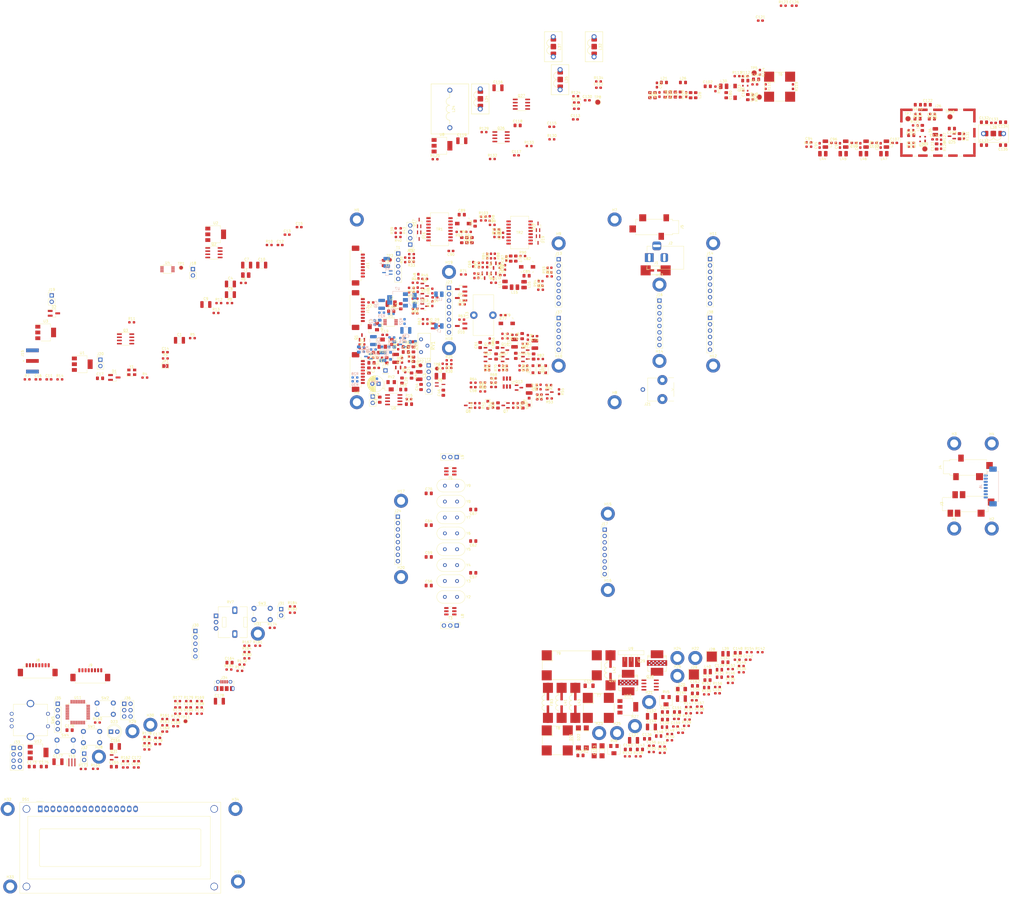
<source format=kicad_pcb>
(kicad_pcb (version 20211014) (generator pcbnew)

  (general
    (thickness 1.6)
  )

  (paper "A4")
  (layers
    (0 "F.Cu" signal)
    (31 "B.Cu" signal)
    (32 "B.Adhes" user "B.Adhesive")
    (33 "F.Adhes" user "F.Adhesive")
    (34 "B.Paste" user)
    (35 "F.Paste" user)
    (36 "B.SilkS" user "B.Silkscreen")
    (37 "F.SilkS" user "F.Silkscreen")
    (38 "B.Mask" user)
    (39 "F.Mask" user)
    (40 "Dwgs.User" user "User.Drawings")
    (41 "Cmts.User" user "User.Comments")
    (42 "Eco1.User" user "User.Eco1")
    (43 "Eco2.User" user "User.Eco2")
    (44 "Edge.Cuts" user)
    (45 "Margin" user)
    (46 "B.CrtYd" user "B.Courtyard")
    (47 "F.CrtYd" user "F.Courtyard")
    (48 "B.Fab" user)
    (49 "F.Fab" user)
    (50 "User.1" user)
    (51 "User.2" user)
    (52 "User.3" user)
    (53 "User.4" user)
    (54 "User.5" user)
    (55 "User.6" user)
    (56 "User.7" user)
    (57 "User.8" user)
    (58 "User.9" user)
  )

  (setup
    (stackup
      (layer "F.SilkS" (type "Top Silk Screen"))
      (layer "F.Paste" (type "Top Solder Paste"))
      (layer "F.Mask" (type "Top Solder Mask") (thickness 0.01))
      (layer "F.Cu" (type "copper") (thickness 0.035))
      (layer "dielectric 1" (type "core") (thickness 1.51) (material "FR4") (epsilon_r 4.5) (loss_tangent 0.02))
      (layer "B.Cu" (type "copper") (thickness 0.035))
      (layer "B.Mask" (type "Bottom Solder Mask") (thickness 0.01))
      (layer "B.Paste" (type "Bottom Solder Paste"))
      (layer "B.SilkS" (type "Bottom Silk Screen"))
      (copper_finish "None")
      (dielectric_constraints no)
    )
    (pad_to_mask_clearance 0)
    (pcbplotparams
      (layerselection 0x00010fc_ffffffff)
      (disableapertmacros false)
      (usegerberextensions false)
      (usegerberattributes true)
      (usegerberadvancedattributes true)
      (creategerberjobfile true)
      (svguseinch false)
      (svgprecision 6)
      (excludeedgelayer true)
      (plotframeref false)
      (viasonmask false)
      (mode 1)
      (useauxorigin false)
      (hpglpennumber 1)
      (hpglpenspeed 20)
      (hpglpendiameter 15.000000)
      (dxfpolygonmode true)
      (dxfimperialunits true)
      (dxfusepcbnewfont true)
      (psnegative false)
      (psa4output false)
      (plotreference true)
      (plotvalue true)
      (plotinvisibletext false)
      (sketchpadsonfab false)
      (subtractmaskfromsilk false)
      (outputformat 1)
      (mirror false)
      (drillshape 1)
      (scaleselection 1)
      (outputdirectory "")
    )
  )

  (net 0 "")
  (net 1 "+12V")
  (net 2 "GND")
  (net 3 "Net-(C2-Pad1)")
  (net 4 "Net-(C3-Pad1)")
  (net 5 "+3.3V")
  (net 6 "+9VA")
  (net 7 "/MIC")
  (net 8 "Net-(C6-Pad2)")
  (net 9 "+5VA")
  (net 10 "Net-(C10-Pad1)")
  (net 11 "Net-(C11-Pad1)")
  (net 12 "Net-(C11-Pad2)")
  (net 13 "Net-(C14-Pad1)")
  (net 14 "Net-(C14-Pad2)")
  (net 15 "Net-(C15-Pad1)")
  (net 16 "/BFO")
  (net 17 "Net-(C16-Pad1)")
  (net 18 "Net-(C16-Pad2)")
  (net 19 "Net-(C17-Pad1)")
  (net 20 "Net-(C17-Pad2)")
  (net 21 "Net-(C18-Pad1)")
  (net 22 "Net-(C18-Pad2)")
  (net 23 "Net-(C19-Pad1)")
  (net 24 "Net-(C19-Pad2)")
  (net 25 "Net-(C20-Pad1)")
  (net 26 "Net-(C20-Pad2)")
  (net 27 "Net-(C22-Pad1)")
  (net 28 "Net-(C23-Pad1)")
  (net 29 "Net-(C23-Pad2)")
  (net 30 "Net-(C25-Pad1)")
  (net 31 "Net-(C25-Pad2)")
  (net 32 "Net-(C26-Pad1)")
  (net 33 "Net-(C27-Pad1)")
  (net 34 "Net-(C27-Pad2)")
  (net 35 "Net-(C28-Pad1)")
  (net 36 "+VRX")
  (net 37 "Net-(C31-Pad1)")
  (net 38 "Net-(C33-Pad1)")
  (net 39 "/Baseband/VAGC")
  (net 40 "Net-(C37-Pad1)")
  (net 41 "Net-(C39-Pad1)")
  (net 42 "Net-(C39-Pad2)")
  (net 43 "Net-(C40-Pad2)")
  (net 44 "Net-(C41-Pad2)")
  (net 45 "Net-(C42-Pad1)")
  (net 46 "/Baseband/SPKR_OUT")
  (net 47 "Net-(C43-Pad2)")
  (net 48 "Net-(C44-Pad2)")
  (net 49 "Net-(C45-Pad1)")
  (net 50 "Net-(C45-Pad2)")
  (net 51 "Net-(C46-Pad1)")
  (net 52 "Net-(C46-Pad2)")
  (net 53 "Net-(C47-Pad1)")
  (net 54 "Net-(C47-Pad2)")
  (net 55 "Net-(C48-Pad1)")
  (net 56 "Net-(C48-Pad2)")
  (net 57 "Net-(C49-Pad1)")
  (net 58 "Net-(C49-Pad2)")
  (net 59 "Net-(C50-Pad1)")
  (net 60 "Net-(C51-Pad2)")
  (net 61 "Net-(C52-Pad1)")
  (net 62 "Net-(C53-Pad1)")
  (net 63 "Net-(C53-Pad2)")
  (net 64 "Net-(C54-Pad2)")
  (net 65 "Net-(C55-Pad1)")
  (net 66 "Net-(C55-Pad2)")
  (net 67 "Net-(C56-Pad2)")
  (net 68 "Net-(C57-Pad2)")
  (net 69 "Net-(C58-Pad1)")
  (net 70 "Net-(C59-Pad2)")
  (net 71 "Net-(C60-Pad2)")
  (net 72 "Net-(C61-Pad1)")
  (net 73 "Net-(C62-Pad2)")
  (net 74 "Net-(C63-Pad2)")
  (net 75 "Net-(C64-Pad2)")
  (net 76 "Net-(C65-Pad1)")
  (net 77 "Net-(C65-Pad2)")
  (net 78 "Net-(C66-Pad2)")
  (net 79 "Net-(C67-Pad2)")
  (net 80 "Net-(C68-Pad1)")
  (net 81 "Net-(C69-Pad1)")
  (net 82 "Net-(C69-Pad2)")
  (net 83 "Net-(C70-Pad2)")
  (net 84 "Net-(C71-Pad2)")
  (net 85 "Net-(C72-Pad1)")
  (net 86 "Net-(C72-Pad2)")
  (net 87 "Net-(C73-Pad2)")
  (net 88 "Net-(C74-Pad2)")
  (net 89 "Net-(C75-Pad2)")
  (net 90 "Net-(C76-Pad1)")
  (net 91 "Net-(C76-Pad2)")
  (net 92 "Net-(C78-Pad1)")
  (net 93 "Net-(C80-Pad1)")
  (net 94 "Net-(C80-Pad2)")
  (net 95 "Net-(C81-Pad1)")
  (net 96 "Net-(C81-Pad2)")
  (net 97 "Net-(C82-Pad1)")
  (net 98 "Net-(C82-Pad2)")
  (net 99 "Net-(C83-Pad2)")
  (net 100 "Net-(C86-Pad1)")
  (net 101 "Net-(C86-Pad2)")
  (net 102 "Net-(C87-Pad2)")
  (net 103 "Net-(C90-Pad2)")
  (net 104 "/70MHz VHF Frontend/VHF_RX")
  (net 105 "Net-(C93-Pad1)")
  (net 106 "/70MHz VHF Frontend/TX_FROM_MIX")
  (net 107 "Net-(C94-Pad2)")
  (net 108 "Net-(C96-Pad2)")
  (net 109 "Net-(C100-Pad2)")
  (net 110 "Net-(C101-Pad2)")
  (net 111 "Net-(C102-Pad2)")
  (net 112 "Net-(C103-Pad1)")
  (net 113 "Net-(C104-Pad2)")
  (net 114 "Net-(C106-Pad1)")
  (net 115 "Net-(C107-Pad2)")
  (net 116 "Net-(C108-Pad1)")
  (net 117 "Net-(C109-Pad2)")
  (net 118 "/70MHz VHF Frontend/+VTX_FE")
  (net 119 "Net-(C111-Pad2)")
  (net 120 "Net-(C112-Pad1)")
  (net 121 "Net-(C112-Pad2)")
  (net 122 "Net-(C114-Pad2)")
  (net 123 "Net-(C115-Pad2)")
  (net 124 "/70MHz VHF Frontend/12V")
  (net 125 "Net-(C118-Pad2)")
  (net 126 "Net-(C119-Pad1)")
  (net 127 "Net-(C120-Pad1)")
  (net 128 "Net-(C120-Pad2)")
  (net 129 "Net-(C121-Pad1)")
  (net 130 "Net-(C125-Pad2)")
  (net 131 "Net-(C126-Pad1)")
  (net 132 "Net-(C128-Pad1)")
  (net 133 "Net-(C128-Pad2)")
  (net 134 "Net-(C129-Pad1)")
  (net 135 "/70MHz VHF Frontend/RX_TO_MIX")
  (net 136 "/70MHz VHF Frontend/VHF_TX")
  (net 137 "Net-(C136-Pad1)")
  (net 138 "Net-(C136-Pad2)")
  (net 139 "/PA 70MHz/12V")
  (net 140 "VGG1")
  (net 141 "Net-(C140-Pad1)")
  (net 142 "Net-(C140-Pad2)")
  (net 143 "Net-(C143-Pad1)")
  (net 144 "Net-(C143-Pad2)")
  (net 145 "Net-(C144-Pad1)")
  (net 146 "Net-(C144-Pad2)")
  (net 147 "VGG2")
  (net 148 "Net-(C147-Pad1)")
  (net 149 "Net-(C147-Pad2)")
  (net 150 "Net-(C148-Pad1)")
  (net 151 "Net-(C148-Pad2)")
  (net 152 "Net-(C149-Pad1)")
  (net 153 "Net-(C152-Pad1)")
  (net 154 "/PA 70MHz/VG_5V")
  (net 155 "Net-(C155-Pad2)")
  (net 156 "Net-(C156-Pad2)")
  (net 157 "Net-(C159-Pad2)")
  (net 158 "Net-(C161-Pad2)")
  (net 159 "Net-(C162-Pad2)")
  (net 160 "/PA 70MHz/PA_OUT")
  (net 161 "/Control on separate board/ENC_B")
  (net 162 "/Control on separate board/ENC_A")
  (net 163 "/Control on separate board/3.3V_UI")
  (net 164 "Net-(C169-Pad1)")
  (net 165 "Net-(C171-Pad1)")
  (net 166 "Net-(C172-Pad1)")
  (net 167 "Net-(C173-Pad2)")
  (net 168 "/Control on separate board/CW_TONE")
  (net 169 "Net-(C176-Pad1)")
  (net 170 "/Control on separate board/5V")
  (net 171 "Net-(D2-Pad1)")
  (net 172 "Net-(D5-Pad1)")
  (net 173 "Net-(D5-Pad2)")
  (net 174 "Net-(D6-Pad1)")
  (net 175 "Net-(D6-Pad2)")
  (net 176 "Net-(D7-Pad2)")
  (net 177 "Net-(D8-Pad2)")
  (net 178 "Net-(D9-Pad1)")
  (net 179 "Net-(D10-Pad3)")
  (net 180 "Net-(D10-Pad1)")
  (net 181 "Net-(D11-Pad1)")
  (net 182 "Net-(D11-Pad3)")
  (net 183 "Net-(D13-Pad2)")
  (net 184 "Net-(D14-Pad2)")
  (net 185 "Net-(D15-Pad2)")
  (net 186 "Net-(D16-Pad1)")
  (net 187 "Net-(D16-Pad2)")
  (net 188 "Net-(D16-Pad3)")
  (net 189 "Net-(D17-Pad3)")
  (net 190 "Net-(D18-Pad1)")
  (net 191 "Net-(D18-Pad2)")
  (net 192 "Net-(D18-Pad3)")
  (net 193 "Net-(D19-Pad3)")
  (net 194 "Net-(D20-Pad2)")
  (net 195 "Net-(D21-Pad2)")
  (net 196 "/Control on separate board/STATUSn")
  (net 197 "Net-(D23-Pad2)")
  (net 198 "unconnected-(DS1-Pad1)")
  (net 199 "unconnected-(DS1-Pad2)")
  (net 200 "unconnected-(DS1-Pad3)")
  (net 201 "unconnected-(DS1-Pad4)")
  (net 202 "unconnected-(DS1-Pad5)")
  (net 203 "unconnected-(DS1-Pad6)")
  (net 204 "unconnected-(DS1-Pad7)")
  (net 205 "unconnected-(DS1-Pad8)")
  (net 206 "unconnected-(DS1-Pad9)")
  (net 207 "unconnected-(DS1-Pad10)")
  (net 208 "unconnected-(DS1-Pad11)")
  (net 209 "unconnected-(DS1-Pad12)")
  (net 210 "unconnected-(DS1-Pad13)")
  (net 211 "unconnected-(DS1-Pad14)")
  (net 212 "unconnected-(DS1-Pad15)")
  (net 213 "unconnected-(DS1-Pad16)")
  (net 214 "Net-(FB1-Pad2)")
  (net 215 "Net-(FB3-Pad1)")
  (net 216 "unconnected-(J3-PadNC)")
  (net 217 "Net-(J3-PadR1)")
  (net 218 "unconnected-(J3-PadR2)")
  (net 219 "Net-(J3-PadS)")
  (net 220 "Net-(J3-PadT)")
  (net 221 "unconnected-(J3-PadTN)")
  (net 222 "Net-(J4-PadR)")
  (net 223 "Net-(J4-PadTN)")
  (net 224 "/CW_RING")
  (net 225 "/CW_TIP")
  (net 226 "unconnected-(J5-PadTN)")
  (net 227 "unconnected-(J6-Pad5)")
  (net 228 "Net-(J7-Pad1)")
  (net 229 "unconnected-(J7-Pad4)")
  (net 230 "/Baseband/SPKR_DET")
  (net 231 "/Control on separate board/CW_TIP")
  (net 232 "/Control on separate board/CW_RING")
  (net 233 "/Control on separate board/CW_KEYn")
  (net 234 "/Control on separate board/MIC_PTTn")
  (net 235 "/Control on separate board/EN_TX")
  (net 236 "/Control on separate board/EN_RX")
  (net 237 "/Control on separate board/S_METER")
  (net 238 "/Control on separate board/SCL")
  (net 239 "/Control on separate board/SDA")
  (net 240 "/Control on separate board/MUTE_MICn")
  (net 241 "/Control on separate board/SPKR_VOL")
  (net 242 "unconnected-(J9-Pad6)")
  (net 243 "/EN_VRX")
  (net 244 "/EN_VTX")
  (net 245 "/MIC_PTTn")
  (net 246 "/Baseband/CW_KEYn")
  (net 247 "/Baseband/CW_TONE")
  (net 248 "unconnected-(J12-Pad3)")
  (net 249 "/Baseband/SPKR_VOL")
  (net 250 "/MUTE_MICn")
  (net 251 "/SDA")
  (net 252 "/SCL")
  (net 253 "/S_METER")
  (net 254 "/Baseband/VHF_IN")
  (net 255 "/Baseband/VHF_OUT")
  (net 256 "/70MHz VHF Frontend/EN_VRX")
  (net 257 "/70MHz VHF Frontend/EN_VTX")
  (net 258 "/PA 70MHz/PA_IN")
  (net 259 "/PA 70MHz/EN_PA")
  (net 260 "/CLK1")
  (net 261 "Net-(J22-Pad2)")
  (net 262 "+VTX")
  (net 263 "Net-(J24-Pad2)")
  (net 264 "unconnected-(J24-Pad4)")
  (net 265 "unconnected-(J24-Pad5)")
  (net 266 "Net-(J24-Pad7)")
  (net 267 "/Control on separate board/DISP_LAT")
  (net 268 "/Control on separate board/I2C2_SDA")
  (net 269 "/Control on separate board/I2C2_SCL")
  (net 270 "/Control on separate board/PC14")
  (net 271 "/Control on separate board/PC13")
  (net 272 "Net-(J32-Pad1)")
  (net 273 "/Control on separate board/PA0")
  (net 274 "/Control on separate board/USART1_TX")
  (net 275 "/Control on separate board/USART1_RX")
  (net 276 "/Control on separate board/PB15")
  (net 277 "unconnected-(J34-Pad1)")
  (net 278 "/Control on separate board/USB_DM")
  (net 279 "/Control on separate board/USB_DP")
  (net 280 "Net-(J34-Pad4)")
  (net 281 "/Control on separate board/SWCLK")
  (net 282 "/Control on separate board/SWDIO")
  (net 283 "/Control on separate board/RESETn")
  (net 284 "Net-(J36-Pad3)")
  (net 285 "Net-(J36-Pad4)")
  (net 286 "/LO1")
  (net 287 "Net-(L14-Pad1)")
  (net 288 "Net-(L15-Pad1)")
  (net 289 "Net-(L19-Pad1)")
  (net 290 "Net-(L21-Pad2)")
  (net 291 "Net-(L23-Pad2)")
  (net 292 "Net-(L25-Pad2)")
  (net 293 "Net-(L39-Pad2)")
  (net 294 "Net-(L40-Pad2)")
  (net 295 "Net-(Q1-Pad1)")
  (net 296 "Net-(Q2-Pad4)")
  (net 297 "Net-(Q3-Pad4)")
  (net 298 "Net-(Q6-Pad1)")
  (net 299 "Net-(Q6-Pad2)")
  (net 300 "Net-(Q7-Pad1)")
  (net 301 "Net-(Q10-Pad1)")
  (net 302 "Net-(Q10-Pad2)")
  (net 303 "Net-(Q11-Pad1)")
  (net 304 "Net-(Q11-Pad3)")
  (net 305 "Net-(Q13-Pad1)")
  (net 306 "Net-(Q14-Pad2)")
  (net 307 "Net-(Q14-Pad3)")
  (net 308 "Net-(Q16-Pad2)")
  (net 309 "Net-(Q18-Pad2)")
  (net 310 "Net-(Q20-Pad1)")
  (net 311 "Net-(Q21-Pad1)")
  (net 312 "Net-(Q23-Pad1)")
  (net 313 "Net-(Q24-Pad4)")
  (net 314 "/70MHz VHF Frontend/+9V_FE")
  (net 315 "Net-(Q26-Pad4)")
  (net 316 "/70MHz VHF Frontend/+VRX_FE")
  (net 317 "Net-(Q27-Pad4)")
  (net 318 "Net-(Q30-Pad4)")
  (net 319 "Net-(R22-Pad2)")
  (net 320 "Net-(R23-Pad2)")
  (net 321 "Net-(R28-Pad2)")
  (net 322 "Net-(R31-Pad1)")
  (net 323 "Net-(R31-Pad2)")
  (net 324 "Net-(R35-Pad1)")
  (net 325 "Net-(R36-Pad1)")
  (net 326 "Net-(R93-Pad1)")
  (net 327 "Net-(R103-Pad2)")
  (net 328 "Net-(R104-Pad2)")
  (net 329 "Net-(R100-Pad1)")
  (net 330 "Net-(R101-Pad1)")
  (net 331 "Net-(R111-Pad2)")
  (net 332 "Net-(R135-Pad1)")
  (net 333 "Net-(R140-Pad1)")
  (net 334 "Net-(J27-Pad1)")
  (net 335 "Net-(R157-Pad1)")
  (net 336 "Net-(R159-Pad1)")
  (net 337 "Net-(R160-Pad1)")
  (net 338 "Net-(R161-Pad2)")
  (net 339 "/Control on separate board/BTN0")
  (net 340 "/Control on separate board/BTN1")
  (net 341 "/Control on separate board/BTN2")
  (net 342 "/Control on separate board/BTN3")
  (net 343 "Net-(R168-Pad1)")
  (net 344 "/Control on separate board/ENC_BTN")
  (net 345 "/Control on separate board/XTAL1")
  (net 346 "/Control on separate board/XTAL2")
  (net 347 "/Control on separate board/PWM_CW")
  (net 348 "/Control on separate board/MUTE_SPKR")
  (net 349 "Net-(R178-Pad2)")
  (net 350 "Net-(R179-Pad2)")
  (net 351 "Net-(R180-Pad2)")
  (net 352 "/Control on separate board/BOOT0")
  (net 353 "/Control on separate board/BOOT1")
  (net 354 "unconnected-(T3-Pad2)")
  (net 355 "unconnected-(T5-Pad2)")
  (net 356 "unconnected-(TR1-Pad10)")
  (net 357 "unconnected-(TR1-Pad15)")
  (net 358 "unconnected-(TR2-Pad10)")
  (net 359 "unconnected-(TR2-Pad15)")
  (net 360 "Net-(U4-Pad3)")
  (net 361 "unconnected-(U11-Pad14)")
  (net 362 "unconnected-(U11-Pad40)")
  (net 363 "Net-(D22-Pad2)")
  (net 364 "unconnected-(T4-Pad2)")
  (net 365 "Net-(D1-Pad1)")
  (net 366 "Net-(J16-Pad5)")
  (net 367 "unconnected-(J37-Pad6)")
  (net 368 "unconnected-(J38-Pad6)")
  (net 369 "/Baseband/3V3_MIC")
  (net 370 "Net-(C38-Pad1)")
  (net 371 "Net-(L22-Pad2)")
  (net 372 "Net-(L27-Pad2)")
  (net 373 "Net-(L29-Pad2)")
  (net 374 "Net-(L31-Pad2)")

  (footprint "Capacitor_SMD:C_0603_1608Metric_Pad1.08x0.95mm_HandSolder" (layer "F.Cu") (at -75.99 242.44))

  (footprint "Capacitor_SMD:C_0805_2012Metric_Pad1.18x1.45mm_HandSolder" (layer "F.Cu") (at -34.37 200.55))

  (footprint "Resistor_SMD:R_0603_1608Metric_Pad0.98x0.95mm_HandSolder" (layer "F.Cu") (at 237.998 -5.588))

  (footprint "Crystal:Crystal_HC49-U_Vertical" (layer "F.Cu") (at 51.663 155.25))

  (footprint "Resistor_SMD:R_0603_1608Metric_Pad0.98x0.95mm_HandSolder" (layer "F.Cu") (at 160.595 210.291))

  (footprint "Resistor_SMD:R_0603_1608Metric_Pad0.98x0.95mm_HandSolder" (layer "F.Cu") (at 89.916 79.248))

  (footprint "Package_SO:MSOP-10_3x3mm_P0.5mm" (layer "F.Cu") (at 29.972 64.516))

  (footprint "Connector_Molex:Molex_PicoBlade_53261-0871_1x08-1MP_P1.25mm_Horizontal" (layer "F.Cu") (at 16.495 41.91 -90))

  (footprint "mpb:four_4mm_pads_narrow" (layer "F.Cu") (at 112.99 218.726))

  (footprint "Potentiometer_SMD:Potentiometer_Bourns_3214W_Vertical" (layer "F.Cu") (at 23.114 66.294 -90))

  (footprint "Potentiometer_SMD:Potentiometer_Bourns_3214W_Vertical" (layer "F.Cu") (at 26.67 72.898 180))

  (footprint "Resistor_SMD:R_0603_1608Metric_Pad0.98x0.95mm_HandSolder" (layer "F.Cu") (at 246.507 -18.669 180))

  (footprint "Capacitor_SMD:C_0603_1608Metric_Pad1.08x0.95mm_HandSolder" (layer "F.Cu") (at 103.826 -16.508))

  (footprint "Package_TO_SOT_SMD:SOT-223-3_TabPin2" (layer "F.Cu") (at -107.82 68.636))

  (footprint "Resistor_SMD:R_0603_1608Metric_Pad0.98x0.95mm_HandSolder" (layer "F.Cu") (at 59.0785 45.466))

  (footprint "Capacitor_SMD:C_0603_1608Metric_Pad1.08x0.95mm_HandSolder" (layer "F.Cu") (at 41.0695 46.228 90))

  (footprint "Capacitor_SMD:C_1210_3225Metric_Pad1.33x2.70mm_HandSolder" (layer "F.Cu") (at -21.51 41.716))

  (footprint "Capacitor_SMD:C_1210_3225Metric_Pad1.33x2.70mm_HandSolder" (layer "F.Cu") (at -34.01 53.516))

  (footprint "Resistor_SMD:R_0603_1608Metric_Pad0.98x0.95mm_HandSolder" (layer "F.Cu") (at 249.936 -9.271 -90))

  (footprint "Capacitor_SMD:C_0805_2012Metric_Pad1.18x1.45mm_HandSolder" (layer "F.Cu") (at 139.615 223.301))

  (footprint "Capacitor_SMD:C_0805_2012Metric_Pad1.18x1.45mm_HandSolder" (layer "F.Cu") (at 163.755 200.381))

  (footprint "Diode_SMD:D_SOD-123F" (layer "F.Cu") (at 86.868 83.312 90))

  (footprint "Resistor_SMD:R_0603_1608Metric_Pad0.98x0.95mm_HandSolder" (layer "F.Cu") (at 38.354 40.386 180))

  (footprint "mpb:PLD-1.5W" (layer "F.Cu") (at 136.45 200.706))

  (footprint "Capacitor_SMD:C_0805_2012Metric_Pad1.18x1.45mm_HandSolder" (layer "F.Cu") (at 132.465 230.991))

  (footprint "Capacitor_SMD:C_0805_2012Metric_Pad1.18x1.45mm_HandSolder" (layer "F.Cu") (at 274.701 -15.367 180))

  (footprint "Resistor_SMD:R_0805_2012Metric" (layer "F.Cu") (at 156.215 210.511))

  (footprint "Connector_BarrelJack:BarrelJack_Horizontal" (layer "F.Cu") (at 133.35 38.735 180))

  (footprint "Resistor_SMD:R_0603_1608Metric_Pad0.98x0.95mm_HandSolder" (layer "F.Cu") (at 165.775 203.141))

  (footprint "Inductor_SMD:L_1008_2520Metric_Pad1.43x2.20mm_HandSolder" (layer "F.Cu") (at 202.692 -2.794 180))

  (footprint "Connector_Molex:Molex_PicoBlade_53261-0871_1x08-1MP_P1.25mm_Horizontal" (layer "F.Cu") (at 16.495 59.69 -90))

  (footprint "Package_TO_SOT_SMD:SOT-23" (layer "F.Cu") (at 60.96 97.79 180))

  (footprint "MountingHole:MountingHole_3.2mm_M3_DIN965_Pad" (layer "F.Cu") (at -86.55 238.15))

  (footprint "Resistor_SMD:R_0603_1608Metric_Pad0.98x0.95mm_HandSolder" (layer "F.Cu") (at -34.29 56.896))

  (footprint "Resistor_SMD:R_0603_1608Metric_Pad0.98x0.95mm_HandSolder" (layer "F.Cu") (at 46.6575 52.07 90))

  (footprint "Capacitor_SMD:C_0805_2012Metric_Pad1.18x1.45mm_HandSolder" (layer "F.Cu") (at 164.084 -26.162 -90))

  (footprint "Inductor_SMD:L_1008_2520Metric_Pad1.43x2.20mm_HandSolder" (layer "F.Cu") (at 83.312 49.53 -90))

  (footprint "Inductor_SMD:L_1008_2520Metric_Pad1.43x2.20mm_HandSolder" (layer "F.Cu") (at -27.88 45.716))

  (footprint "Connector_PinHeader_2.54mm:PinHeader_2x04_P2.54mm_Vertical" (layer "F.Cu") (at -120.65 234.65))

  (footprint "Package_TO_SOT_SMD:SOT-23_Handsoldering" (layer "F.Cu") (at 58.166 54.864 180))

  (footprint "Capacitor_SMD:C_0805_2012Metric_Pad1.18x1.45mm_HandSolder" (layer "F.Cu") (at 105.855 237.631))

  (footprint "Capacitor_SMD:C_0603_1608Metric_Pad1.08x0.95mm_HandSolder" (layer "F.Cu") (at 40.8155 51.562 90))

  (footprint "mpb:two_4mm_pads" (layer "F.Cu") (at 135.89 43.815 -90))

  (footprint "Inductor_SMD:L_1008_2520Metric_Pad1.43x2.20mm_HandSolder" (layer "F.Cu") (at 227.076 -2.794 180))

  (footprint "Capacitor_SMD:C_0805_2012Metric_Pad1.18x1.45mm_HandSolder" (layer "F.Cu") (at 82.804 97.79 -90))

  (footprint "Resistor_SMD:R_0603_1608Metric_Pad0.98x0.95mm_HandSolder" (layer "F.Cu") (at -87.95 242.98))

  (footprint "Capacitor_SMD:C_0603_1608Metric_Pad1.08x0.95mm_HandSolder" (layer "F.Cu") (at 74.676 45.72))

  (footprint "Resistor_SMD:R_0603_1608Metric_Pad0.98x0.95mm_HandSolder" (layer "F.Cu") (at 39.7995 48.768))

  (footprint "Resistor_SMD:R_0603_1608Metric_Pad0.98x0.95mm_HandSolder" (layer "F.Cu") (at -92.82 243.03))

  (footprint "Inductor_SMD:L_0805_2012Metric_Pad1.15x1.40mm_HandSolder" (layer "F.Cu") (at 139.7 -26.416 -90))

  (footprint "TestPoint:TestPoint_Pad_D2.0mm" (layer "F.Cu") (at 253.492 -17.526))

  (footprint "Resistor_SMD:R_0603_1608Metric_Pad0.98x0.95mm_HandSolder" (layer "F.Cu") (at 165.735 206.151))

  (footprint "Package_TO_SOT_SMD:SOT-323_SC-70_Handsoldering" (layer "F.Cu") (at 41.402 24.8705 90))

  (footprint "Resistor_SMD:R_0603_1608Metric_Pad0.98x0.95mm_HandSolder" (layer "F.Cu")
    (tedit 5F68FEEE) (tstamp 15fc0413-5781-4122-8158-a89ef1c48e4f)
    (at 141.495 231.581)
    (descr "Resistor SMD 0603 (1608 Metric), square (rectangular) end terminal, IPC_7351 nominal with elongated pad for handsoldering. (Body size source: IPC-SM-782 page 72, https://www.pcb-3d.com/wordpress/wp-content/uploads/ipc-sm-782a_amendment_1_and_2.pdf), generated with kicad-footprint-generator")
    (tags "resistor handsolder")
    (property "Need_order" "0")
    (property "Sheetfile" "pa_70.kicad_sch")
    (property "Sheetname" "PA 70MHz")
    (path "/f5953f75-4b48-4b4f-8eb7-dca86201f1bf/00000000-0000-0000-0000-000060629fab")
    (attr smd)
    (fp_text reference "R140" (at 0 -1.43) (layer "F.SilkS")
      (effects (font (size 1 1) (thickness 0.15)))
      (tstamp 55181577-4035-4b96-b9c0-3d1c4b70caa2)
    )
    (fp_text value "270" (at 0 1.43) (layer "F.Fab")
      (effects (font (size 1 1) (thickness 0.15)))
      (tstamp 7527c651-861c-4be2-8142-52375edd0934)
    )
    (fp_text user "${REFERENCE}" (at 0 0) (layer "F.Fab")
      (effects (font (size 0.4 0.4) (thickness 0.06)))
      (tstamp 0f086471-7e16-4e36-bed8-9b16a0009323)
    )
    (fp_line (start -0.254724 -0.5225) (end 0.254724 -0.5225) (layer "F.SilkS") (width 0.12) (tstamp 8b9139fb-b022-4cb4-8cd3-94b074583fd6))
    (fp_line (start -0.254724 0.5225) (end 0.254724 0.5225) (layer "F.SilkS") (width 0.12) (tstamp 9a582427-2f5e-41ea-a19c-c6a33d901756))
    (fp_line (start 1.65 -0.73) (end 1.65 0.73) (layer "F.CrtYd") (width 0.05) (tstamp 05031ea5-fa7d-40e6-aa16-056ec1800da7))
    (fp_line (start 1.65 0.73) (end -1.65 0.73) (layer "F.CrtYd") (width 0.05) (tstamp 25
... [1829939 chars truncated]
</source>
